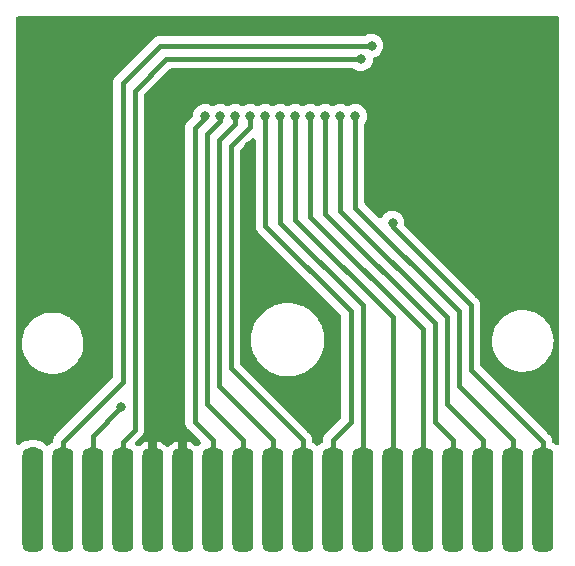
<source format=gbr>
%TF.GenerationSoftware,KiCad,Pcbnew,(6.0.0)*%
%TF.CreationDate,2022-01-01T20:47:22+01:00*%
%TF.ProjectId,vectrex,76656374-7265-4782-9e6b-696361645f70,rev?*%
%TF.SameCoordinates,Original*%
%TF.FileFunction,Copper,L2,Bot*%
%TF.FilePolarity,Positive*%
%FSLAX46Y46*%
G04 Gerber Fmt 4.6, Leading zero omitted, Abs format (unit mm)*
G04 Created by KiCad (PCBNEW (6.0.0)) date 2022-01-01 20:47:22*
%MOMM*%
%LPD*%
G01*
G04 APERTURE LIST*
G04 Aperture macros list*
%AMRoundRect*
0 Rectangle with rounded corners*
0 $1 Rounding radius*
0 $2 $3 $4 $5 $6 $7 $8 $9 X,Y pos of 4 corners*
0 Add a 4 corners polygon primitive as box body*
4,1,4,$2,$3,$4,$5,$6,$7,$8,$9,$2,$3,0*
0 Add four circle primitives for the rounded corners*
1,1,$1+$1,$2,$3*
1,1,$1+$1,$4,$5*
1,1,$1+$1,$6,$7*
1,1,$1+$1,$8,$9*
0 Add four rect primitives between the rounded corners*
20,1,$1+$1,$2,$3,$4,$5,0*
20,1,$1+$1,$4,$5,$6,$7,0*
20,1,$1+$1,$6,$7,$8,$9,0*
20,1,$1+$1,$8,$9,$2,$3,0*%
G04 Aperture macros list end*
%TA.AperFunction,SMDPad,CuDef*%
%ADD10RoundRect,0.666750X-0.222250X-3.778250X0.222250X-3.778250X0.222250X3.778250X-0.222250X3.778250X0*%
%TD*%
%TA.AperFunction,ViaPad*%
%ADD11C,0.800000*%
%TD*%
%TA.AperFunction,Conductor*%
%ADD12C,0.400000*%
%TD*%
G04 APERTURE END LIST*
D10*
%TO.P,CON3,1,HALT*%
%TO.N,/V-HALT*%
X179070000Y-114300000D03*
%TO.P,CON3,3,A7*%
%TO.N,/V-A7*%
X176530000Y-114300000D03*
%TO.P,CON3,5,A6*%
%TO.N,/V-A6*%
X173990000Y-114300000D03*
%TO.P,CON3,7,A5*%
%TO.N,/V-A5*%
X171450000Y-114300000D03*
%TO.P,CON3,9,A4*%
%TO.N,/V-A4*%
X168910000Y-114300000D03*
%TO.P,CON3,11,A3*%
%TO.N,/V-A3*%
X166370000Y-114300000D03*
%TO.P,CON3,13,A2*%
%TO.N,/V-A2*%
X163830000Y-114300000D03*
%TO.P,CON3,15,A1*%
%TO.N,/V-A1*%
X161290000Y-114300000D03*
%TO.P,CON3,17,A0*%
%TO.N,/V-A0*%
X158750000Y-114300000D03*
%TO.P,CON3,19,D0*%
%TO.N,/V-D0*%
X156210000Y-114300000D03*
%TO.P,CON3,21,D1*%
%TO.N,/V-D1*%
X153670000Y-114300000D03*
%TO.P,CON3,23,D2*%
%TO.N,/V-D2*%
X151130000Y-114300000D03*
%TO.P,CON3,25,GND*%
%TO.N,GND*%
X148590000Y-114300000D03*
%TO.P,CON3,27,GND1*%
X146050000Y-114300000D03*
%TO.P,CON3,29,A12*%
%TO.N,/V-A12*%
X143510000Y-114300000D03*
%TO.P,CON3,31,A13*%
%TO.N,/V-A13*%
X140970000Y-114300000D03*
%TO.P,CON3,33,A14*%
%TO.N,/V-A14*%
X138430000Y-114300000D03*
%TO.P,CON3,35,PB6*%
%TO.N,unconnected-(CON3-Pad35)*%
X135890000Y-114300000D03*
%TD*%
D11*
%TO.N,GND*%
X154178000Y-85598000D03*
X154178000Y-84328000D03*
X145796000Y-91440000D03*
X147828000Y-89408000D03*
X179070000Y-74930000D03*
X179070000Y-105410000D03*
X143510000Y-76200000D03*
X147320000Y-105664000D03*
X166370000Y-82550000D03*
X147320000Y-78994000D03*
X160020000Y-108204000D03*
X135890000Y-74930000D03*
X166370000Y-85090000D03*
X141351000Y-104267000D03*
X137033000Y-108585000D03*
X147320000Y-107188000D03*
X154686000Y-92710000D03*
X147320000Y-108712000D03*
X147320000Y-81788000D03*
X139192000Y-106426000D03*
%TO.N,/V-HALT*%
X166370000Y-90805000D03*
%TO.N,/V-A7*%
X163195000Y-81788000D03*
%TO.N,/V-A6*%
X161925000Y-81788000D03*
%TO.N,/V-A5*%
X160655000Y-81788000D03*
%TO.N,/V-A4*%
X159385000Y-81788000D03*
%TO.N,/V-A3*%
X158115000Y-81788000D03*
%TO.N,/V-A2*%
X156845000Y-81788000D03*
%TO.N,/V-A1*%
X155575000Y-81788000D03*
%TO.N,/V-A0*%
X154305000Y-81788000D03*
%TO.N,/V-D0*%
X153035000Y-81788000D03*
%TO.N,/V-D1*%
X151765000Y-81788000D03*
%TO.N,/V-D2*%
X150495000Y-81788000D03*
%TO.N,/V-A12*%
X163703000Y-76962000D03*
%TO.N,/V-A13*%
X143383000Y-106426000D03*
%TO.N,/V-A14*%
X164592000Y-75819000D03*
%TD*%
D12*
%TO.N,/V-HALT*%
X166370000Y-91186000D02*
X172974000Y-97790000D01*
X172974000Y-103251000D02*
X179070000Y-109347000D01*
X166370000Y-90805000D02*
X166370000Y-91186000D01*
X172974000Y-97790000D02*
X172974000Y-103251000D01*
X179070000Y-109347000D02*
X179070000Y-114300000D01*
%TO.N,/V-A7*%
X176530000Y-109220000D02*
X176530000Y-114300000D01*
X171958000Y-104648000D02*
X176530000Y-109220000D01*
X171958000Y-98298000D02*
X171958000Y-104648000D01*
X163195000Y-89535000D02*
X171958000Y-98298000D01*
X163195000Y-81788000D02*
X163195000Y-89535000D01*
%TO.N,/V-A6*%
X173990000Y-109220000D02*
X173990000Y-114300000D01*
X170942000Y-106172000D02*
X173990000Y-109220000D01*
X170942000Y-98806000D02*
X170942000Y-106172000D01*
X161925000Y-89789000D02*
X170942000Y-98806000D01*
X161925000Y-81788000D02*
X161925000Y-89789000D01*
%TO.N,/V-A5*%
X169926000Y-107696000D02*
X171450000Y-109220000D01*
X169926000Y-99314000D02*
X169926000Y-107696000D01*
X160655000Y-90043000D02*
X169926000Y-99314000D01*
X160655000Y-81788000D02*
X160655000Y-90043000D01*
X171450000Y-109220000D02*
X171450000Y-114300000D01*
%TO.N,/V-A4*%
X168910000Y-99822000D02*
X168910000Y-114300000D01*
X159385000Y-90297000D02*
X168910000Y-99822000D01*
X159385000Y-81788000D02*
X159385000Y-90297000D01*
%TO.N,/V-A3*%
X158115000Y-90551000D02*
X166370000Y-98806000D01*
X166370000Y-98806000D02*
X166370000Y-114300000D01*
X158115000Y-81788000D02*
X158115000Y-90551000D01*
%TO.N,/V-A2*%
X163830000Y-97790000D02*
X163830000Y-114300000D01*
X156845000Y-81788000D02*
X156845000Y-90805000D01*
X156845000Y-90805000D02*
X163830000Y-97790000D01*
%TO.N,/V-A1*%
X161290000Y-109220000D02*
X161290000Y-114300000D01*
X162814000Y-107696000D02*
X161290000Y-109220000D01*
X162814000Y-98298000D02*
X162814000Y-107696000D01*
X155575000Y-91059000D02*
X162814000Y-98298000D01*
X155575000Y-81788000D02*
X155575000Y-91059000D01*
%TO.N,/V-D2*%
X149606000Y-107696000D02*
X151130000Y-109220000D01*
X151130000Y-109220000D02*
X151130000Y-114300000D01*
X149606000Y-82804000D02*
X149606000Y-107696000D01*
X150495000Y-81915000D02*
X149606000Y-82804000D01*
X150495000Y-81788000D02*
X150495000Y-81915000D01*
%TO.N,/V-D1*%
X153670000Y-109220000D02*
X153670000Y-114300000D01*
X150622000Y-106172000D02*
X153670000Y-109220000D01*
X150622000Y-83312000D02*
X150622000Y-106172000D01*
X151765000Y-82169000D02*
X150622000Y-83312000D01*
X151765000Y-81788000D02*
X151765000Y-82169000D01*
%TO.N,/V-D0*%
X156210000Y-109220000D02*
X156210000Y-114300000D01*
X151638000Y-83820000D02*
X151638000Y-104648000D01*
X153035000Y-82423000D02*
X151638000Y-83820000D01*
X153035000Y-81788000D02*
X153035000Y-82423000D01*
X151638000Y-104648000D02*
X156210000Y-109220000D01*
%TO.N,/V-A0*%
X158750000Y-109220000D02*
X158750000Y-114300000D01*
X152654000Y-103124000D02*
X158750000Y-109220000D01*
X152654000Y-84328000D02*
X152654000Y-103124000D01*
X154305000Y-82677000D02*
X152654000Y-84328000D01*
X154305000Y-81788000D02*
X154305000Y-82677000D01*
%TO.N,/V-A14*%
X143510000Y-78994000D02*
X146685000Y-75819000D01*
X146685000Y-75819000D02*
X164592000Y-75819000D01*
X143510000Y-104267000D02*
X143510000Y-78994000D01*
X138430000Y-109347000D02*
X143510000Y-104267000D01*
X138430000Y-114300000D02*
X138430000Y-109347000D01*
%TO.N,/V-A12*%
X144526000Y-108331000D02*
X144526000Y-79629000D01*
X143510000Y-114300000D02*
X143510000Y-109347000D01*
X147193000Y-76962000D02*
X163703000Y-76962000D01*
X143510000Y-109347000D02*
X144526000Y-108331000D01*
X144526000Y-79629000D02*
X147193000Y-76962000D01*
%TO.N,/V-A13*%
X143383000Y-106426000D02*
X140970000Y-108839000D01*
X140970000Y-108839000D02*
X140970000Y-114300000D01*
%TD*%
%TA.AperFunction,Conductor*%
%TO.N,GND*%
G36*
X180385343Y-73345307D02*
G01*
X180454584Y-73400526D01*
X180493011Y-73480318D01*
X180498000Y-73524600D01*
X180498000Y-109454790D01*
X180478293Y-109541133D01*
X180423074Y-109610374D01*
X180343282Y-109648801D01*
X180254718Y-109648801D01*
X180174926Y-109610374D01*
X180158286Y-109595504D01*
X180108413Y-109545631D01*
X180101140Y-109540576D01*
X180101135Y-109540572D01*
X179956762Y-109440231D01*
X179897109Y-109374771D01*
X179871765Y-109289912D01*
X179871428Y-109277734D01*
X179871325Y-109276715D01*
X179871441Y-109265593D01*
X179869043Y-109254500D01*
X179863166Y-109227315D01*
X179859912Y-109207449D01*
X179856786Y-109179584D01*
X179855546Y-109168528D01*
X179846121Y-109141462D01*
X179839545Y-109118069D01*
X179835841Y-109100935D01*
X179835840Y-109100931D01*
X179833489Y-109090058D01*
X179816939Y-109054566D01*
X179809365Y-109035913D01*
X179805779Y-109025614D01*
X179796485Y-108998927D01*
X179781297Y-108974621D01*
X179769702Y-108953265D01*
X179762294Y-108937379D01*
X179757591Y-108927293D01*
X179749729Y-108917157D01*
X179733590Y-108896352D01*
X179722068Y-108879835D01*
X179707213Y-108856061D01*
X179707209Y-108856056D01*
X179701316Y-108846625D01*
X179693478Y-108838732D01*
X179693474Y-108838727D01*
X179672814Y-108817922D01*
X179672463Y-108817547D01*
X179671901Y-108816823D01*
X179646388Y-108791310D01*
X179645898Y-108790819D01*
X179624191Y-108768960D01*
X179574770Y-108719193D01*
X179573671Y-108718496D01*
X179572719Y-108717641D01*
X173832786Y-102977708D01*
X173785667Y-102902720D01*
X173774500Y-102836994D01*
X173774500Y-100871071D01*
X174792955Y-100871071D01*
X174817914Y-101188207D01*
X174881336Y-101499938D01*
X174982276Y-101801616D01*
X175119229Y-102088743D01*
X175122489Y-102093860D01*
X175122490Y-102093862D01*
X175152121Y-102140373D01*
X175290153Y-102357040D01*
X175294019Y-102361730D01*
X175294022Y-102361734D01*
X175361991Y-102444187D01*
X175492500Y-102602507D01*
X175723254Y-102821484D01*
X175728141Y-102825100D01*
X175929623Y-102974189D01*
X175978975Y-103010708D01*
X175984264Y-103013701D01*
X175984265Y-103013701D01*
X176250563Y-103164366D01*
X176250572Y-103164370D01*
X176255849Y-103167356D01*
X176343754Y-103203768D01*
X176544125Y-103286764D01*
X176544130Y-103286766D01*
X176549751Y-103289094D01*
X176856298Y-103374107D01*
X176862313Y-103375006D01*
X176862318Y-103375007D01*
X177165774Y-103420359D01*
X177165778Y-103420359D01*
X177170921Y-103421128D01*
X177176111Y-103421355D01*
X177176115Y-103421355D01*
X177282641Y-103426006D01*
X177282661Y-103426006D01*
X177284804Y-103426100D01*
X177478799Y-103426100D01*
X177715524Y-103411621D01*
X178028313Y-103353649D01*
X178331707Y-103257990D01*
X178506273Y-103178436D01*
X178615643Y-103128593D01*
X178615645Y-103128592D01*
X178621181Y-103126069D01*
X178626365Y-103122892D01*
X178626371Y-103122889D01*
X178815333Y-103007092D01*
X178892420Y-102959853D01*
X179141381Y-102761821D01*
X179364352Y-102534924D01*
X179368049Y-102530105D01*
X179368055Y-102530099D01*
X179554306Y-102287371D01*
X179554307Y-102287370D01*
X179558009Y-102282545D01*
X179719466Y-102008446D01*
X179759353Y-101916714D01*
X179843892Y-101722287D01*
X179843893Y-101722284D01*
X179846315Y-101716714D01*
X179936665Y-101411697D01*
X179989169Y-101097943D01*
X180003045Y-100780129D01*
X179978086Y-100462993D01*
X179974527Y-100445496D01*
X179933836Y-100245496D01*
X179914664Y-100151262D01*
X179813724Y-99849584D01*
X179682226Y-99573894D01*
X179679386Y-99567939D01*
X179679384Y-99567936D01*
X179676771Y-99562457D01*
X179505847Y-99294160D01*
X179464921Y-99244512D01*
X179307366Y-99053383D01*
X179303500Y-99048693D01*
X179072746Y-98829716D01*
X178890865Y-98695131D01*
X178821912Y-98644108D01*
X178821910Y-98644107D01*
X178817025Y-98640492D01*
X178737909Y-98595730D01*
X178545437Y-98486834D01*
X178545428Y-98486830D01*
X178540151Y-98483844D01*
X178321341Y-98393210D01*
X178251875Y-98364436D01*
X178251870Y-98364434D01*
X178246249Y-98362106D01*
X177939702Y-98277093D01*
X177933687Y-98276194D01*
X177933682Y-98276193D01*
X177630226Y-98230841D01*
X177630222Y-98230841D01*
X177625079Y-98230072D01*
X177619889Y-98229845D01*
X177619885Y-98229845D01*
X177513359Y-98225194D01*
X177513339Y-98225194D01*
X177511196Y-98225100D01*
X177317201Y-98225100D01*
X177080476Y-98239579D01*
X176767687Y-98297551D01*
X176464293Y-98393210D01*
X176297425Y-98469256D01*
X176270515Y-98481520D01*
X176174819Y-98525131D01*
X176169635Y-98528308D01*
X176169629Y-98528311D01*
X176059612Y-98595730D01*
X175903580Y-98691347D01*
X175654619Y-98889379D01*
X175431648Y-99116276D01*
X175427951Y-99121095D01*
X175427945Y-99121101D01*
X175356218Y-99214578D01*
X175237991Y-99368655D01*
X175076534Y-99642754D01*
X175074112Y-99648323D01*
X175074111Y-99648326D01*
X174952108Y-99928913D01*
X174949685Y-99934486D01*
X174859335Y-100239503D01*
X174806831Y-100553257D01*
X174792955Y-100871071D01*
X173774500Y-100871071D01*
X173774500Y-97799465D01*
X173774511Y-97797381D01*
X173775325Y-97719715D01*
X173775325Y-97719711D01*
X173775441Y-97708593D01*
X173768631Y-97677093D01*
X173767166Y-97670315D01*
X173763912Y-97650449D01*
X173760786Y-97622584D01*
X173759546Y-97611528D01*
X173750121Y-97584462D01*
X173743545Y-97561069D01*
X173739841Y-97543937D01*
X173737489Y-97533058D01*
X173720937Y-97497562D01*
X173713365Y-97478913D01*
X173704146Y-97452439D01*
X173704145Y-97452436D01*
X173700485Y-97441927D01*
X173685295Y-97417617D01*
X173673706Y-97396272D01*
X173666295Y-97380380D01*
X173666292Y-97380374D01*
X173661590Y-97370292D01*
X173637586Y-97339346D01*
X173626074Y-97322844D01*
X173605316Y-97289625D01*
X173597477Y-97281731D01*
X173597473Y-97281726D01*
X173576814Y-97260922D01*
X173576463Y-97260547D01*
X173575901Y-97259823D01*
X173550388Y-97234310D01*
X173549898Y-97233819D01*
X173478770Y-97162193D01*
X173477671Y-97161496D01*
X173476719Y-97160641D01*
X167418559Y-91102481D01*
X167371440Y-91027493D01*
X167361842Y-90936826D01*
X167374253Y-90838581D01*
X167374253Y-90838580D01*
X167374949Y-90833071D01*
X167375341Y-90805000D01*
X167356194Y-90609728D01*
X167299484Y-90421894D01*
X167207370Y-90248653D01*
X167083361Y-90096602D01*
X166932180Y-89971535D01*
X166759585Y-89878213D01*
X166750287Y-89875335D01*
X166750285Y-89875334D01*
X166581454Y-89823072D01*
X166581450Y-89823071D01*
X166572152Y-89820193D01*
X166562476Y-89819176D01*
X166562471Y-89819175D01*
X166386695Y-89800700D01*
X166377019Y-89799683D01*
X166181618Y-89817466D01*
X166068383Y-89850793D01*
X166002739Y-89870113D01*
X166002736Y-89870114D01*
X165993393Y-89872864D01*
X165819512Y-89963767D01*
X165811926Y-89969867D01*
X165811925Y-89969867D01*
X165802142Y-89977733D01*
X165666600Y-90086711D01*
X165660342Y-90094169D01*
X165658301Y-90096602D01*
X165540480Y-90237016D01*
X165534083Y-90248653D01*
X165486758Y-90334736D01*
X165427893Y-90400905D01*
X165346147Y-90434980D01*
X165257712Y-90430213D01*
X165180103Y-90387547D01*
X165171659Y-90379581D01*
X164053786Y-89261708D01*
X164006667Y-89186720D01*
X163995500Y-89120994D01*
X163995500Y-82457071D01*
X164015207Y-82370728D01*
X164021471Y-82358776D01*
X164108616Y-82205375D01*
X164108617Y-82205372D01*
X164113425Y-82196909D01*
X164175358Y-82010732D01*
X164199949Y-81816071D01*
X164200341Y-81788000D01*
X164181194Y-81592728D01*
X164124484Y-81404894D01*
X164032370Y-81231653D01*
X163908361Y-81079602D01*
X163757180Y-80954535D01*
X163584585Y-80861213D01*
X163575287Y-80858335D01*
X163575285Y-80858334D01*
X163406454Y-80806072D01*
X163406450Y-80806071D01*
X163397152Y-80803193D01*
X163387476Y-80802176D01*
X163387471Y-80802175D01*
X163211695Y-80783700D01*
X163202019Y-80782683D01*
X163006618Y-80800466D01*
X162893383Y-80833793D01*
X162827739Y-80853113D01*
X162827736Y-80853114D01*
X162818393Y-80855864D01*
X162809762Y-80860376D01*
X162809760Y-80860377D01*
X162650987Y-80943382D01*
X162565340Y-80965920D01*
X162478395Y-80949065D01*
X162464142Y-80942078D01*
X162323148Y-80865843D01*
X162314585Y-80861213D01*
X162305287Y-80858335D01*
X162305285Y-80858334D01*
X162136454Y-80806072D01*
X162136450Y-80806071D01*
X162127152Y-80803193D01*
X162117476Y-80802176D01*
X162117471Y-80802175D01*
X161941695Y-80783700D01*
X161932019Y-80782683D01*
X161736618Y-80800466D01*
X161623383Y-80833793D01*
X161557739Y-80853113D01*
X161557736Y-80853114D01*
X161548393Y-80855864D01*
X161539762Y-80860376D01*
X161539760Y-80860377D01*
X161380987Y-80943382D01*
X161295340Y-80965920D01*
X161208395Y-80949065D01*
X161194142Y-80942078D01*
X161053148Y-80865843D01*
X161044585Y-80861213D01*
X161035287Y-80858335D01*
X161035285Y-80858334D01*
X160866454Y-80806072D01*
X160866450Y-80806071D01*
X160857152Y-80803193D01*
X160847476Y-80802176D01*
X160847471Y-80802175D01*
X160671695Y-80783700D01*
X160662019Y-80782683D01*
X160466618Y-80800466D01*
X160353383Y-80833793D01*
X160287739Y-80853113D01*
X160287736Y-80853114D01*
X160278393Y-80855864D01*
X160269762Y-80860376D01*
X160269760Y-80860377D01*
X160110987Y-80943382D01*
X160025340Y-80965920D01*
X159938395Y-80949065D01*
X159924142Y-80942078D01*
X159783148Y-80865843D01*
X159774585Y-80861213D01*
X159765287Y-80858335D01*
X159765285Y-80858334D01*
X159596454Y-80806072D01*
X159596450Y-80806071D01*
X159587152Y-80803193D01*
X159577476Y-80802176D01*
X159577471Y-80802175D01*
X159401695Y-80783700D01*
X159392019Y-80782683D01*
X159196618Y-80800466D01*
X159083383Y-80833793D01*
X159017739Y-80853113D01*
X159017736Y-80853114D01*
X159008393Y-80855864D01*
X158999762Y-80860376D01*
X158999760Y-80860377D01*
X158840987Y-80943382D01*
X158755340Y-80965920D01*
X158668395Y-80949065D01*
X158654142Y-80942078D01*
X158513148Y-80865843D01*
X158504585Y-80861213D01*
X158495287Y-80858335D01*
X158495285Y-80858334D01*
X158326454Y-80806072D01*
X158326450Y-80806071D01*
X158317152Y-80803193D01*
X158307476Y-80802176D01*
X158307471Y-80802175D01*
X158131695Y-80783700D01*
X158122019Y-80782683D01*
X157926618Y-80800466D01*
X157813383Y-80833793D01*
X157747739Y-80853113D01*
X157747736Y-80853114D01*
X157738393Y-80855864D01*
X157729762Y-80860376D01*
X157729760Y-80860377D01*
X157570987Y-80943382D01*
X157485340Y-80965920D01*
X157398395Y-80949065D01*
X157384142Y-80942078D01*
X157243148Y-80865843D01*
X157234585Y-80861213D01*
X157225287Y-80858335D01*
X157225285Y-80858334D01*
X157056454Y-80806072D01*
X157056450Y-80806071D01*
X157047152Y-80803193D01*
X157037476Y-80802176D01*
X157037471Y-80802175D01*
X156861695Y-80783700D01*
X156852019Y-80782683D01*
X156656618Y-80800466D01*
X156543383Y-80833793D01*
X156477739Y-80853113D01*
X156477736Y-80853114D01*
X156468393Y-80855864D01*
X156459762Y-80860376D01*
X156459760Y-80860377D01*
X156300987Y-80943382D01*
X156215340Y-80965920D01*
X156128395Y-80949065D01*
X156114142Y-80942078D01*
X155973148Y-80865843D01*
X155964585Y-80861213D01*
X155955287Y-80858335D01*
X155955285Y-80858334D01*
X155786454Y-80806072D01*
X155786450Y-80806071D01*
X155777152Y-80803193D01*
X155767476Y-80802176D01*
X155767471Y-80802175D01*
X155591695Y-80783700D01*
X155582019Y-80782683D01*
X155386618Y-80800466D01*
X155273383Y-80833793D01*
X155207739Y-80853113D01*
X155207736Y-80853114D01*
X155198393Y-80855864D01*
X155189762Y-80860376D01*
X155189760Y-80860377D01*
X155030987Y-80943382D01*
X154945340Y-80965920D01*
X154858395Y-80949065D01*
X154844142Y-80942078D01*
X154703148Y-80865843D01*
X154694585Y-80861213D01*
X154685287Y-80858335D01*
X154685285Y-80858334D01*
X154516454Y-80806072D01*
X154516450Y-80806071D01*
X154507152Y-80803193D01*
X154497476Y-80802176D01*
X154497471Y-80802175D01*
X154321695Y-80783700D01*
X154312019Y-80782683D01*
X154116618Y-80800466D01*
X154003383Y-80833793D01*
X153937739Y-80853113D01*
X153937736Y-80853114D01*
X153928393Y-80855864D01*
X153919762Y-80860376D01*
X153919760Y-80860377D01*
X153760987Y-80943382D01*
X153675340Y-80965920D01*
X153588395Y-80949065D01*
X153574142Y-80942078D01*
X153433148Y-80865843D01*
X153424585Y-80861213D01*
X153415287Y-80858335D01*
X153415285Y-80858334D01*
X153246454Y-80806072D01*
X153246450Y-80806071D01*
X153237152Y-80803193D01*
X153227476Y-80802176D01*
X153227471Y-80802175D01*
X153051695Y-80783700D01*
X153042019Y-80782683D01*
X152846618Y-80800466D01*
X152733383Y-80833793D01*
X152667739Y-80853113D01*
X152667736Y-80853114D01*
X152658393Y-80855864D01*
X152649762Y-80860376D01*
X152649760Y-80860377D01*
X152490987Y-80943382D01*
X152405340Y-80965920D01*
X152318395Y-80949065D01*
X152304142Y-80942078D01*
X152163148Y-80865843D01*
X152154585Y-80861213D01*
X152145287Y-80858335D01*
X152145285Y-80858334D01*
X151976454Y-80806072D01*
X151976450Y-80806071D01*
X151967152Y-80803193D01*
X151957476Y-80802176D01*
X151957471Y-80802175D01*
X151781695Y-80783700D01*
X151772019Y-80782683D01*
X151576618Y-80800466D01*
X151463383Y-80833793D01*
X151397739Y-80853113D01*
X151397736Y-80853114D01*
X151388393Y-80855864D01*
X151379762Y-80860376D01*
X151379760Y-80860377D01*
X151220987Y-80943382D01*
X151135340Y-80965920D01*
X151048395Y-80949065D01*
X151034142Y-80942078D01*
X150893148Y-80865843D01*
X150884585Y-80861213D01*
X150875287Y-80858335D01*
X150875285Y-80858334D01*
X150706454Y-80806072D01*
X150706450Y-80806071D01*
X150697152Y-80803193D01*
X150687476Y-80802176D01*
X150687471Y-80802175D01*
X150511695Y-80783700D01*
X150502019Y-80782683D01*
X150306618Y-80800466D01*
X150193383Y-80833793D01*
X150127739Y-80853113D01*
X150127736Y-80853114D01*
X150118393Y-80855864D01*
X149944512Y-80946767D01*
X149936926Y-80952867D01*
X149936925Y-80952867D01*
X149927142Y-80960733D01*
X149791600Y-81069711D01*
X149785342Y-81077169D01*
X149783301Y-81079602D01*
X149665480Y-81220016D01*
X149570956Y-81391954D01*
X149511628Y-81578978D01*
X149510544Y-81588644D01*
X149495731Y-81720705D01*
X149466522Y-81804313D01*
X149438685Y-81839237D01*
X149046694Y-82231228D01*
X149045214Y-82232693D01*
X148981732Y-82294859D01*
X148960515Y-82327782D01*
X148948771Y-82344125D01*
X148924336Y-82374734D01*
X148911860Y-82400541D01*
X148899974Y-82421722D01*
X148884446Y-82445817D01*
X148871053Y-82482614D01*
X148863220Y-82501157D01*
X148846173Y-82536422D01*
X148843670Y-82547262D01*
X148843670Y-82547263D01*
X148839726Y-82564347D01*
X148832826Y-82587640D01*
X148823022Y-82614578D01*
X148821628Y-82625616D01*
X148818113Y-82653436D01*
X148814582Y-82673258D01*
X148805774Y-82711411D01*
X148805735Y-82722535D01*
X148805632Y-82751854D01*
X148805615Y-82752369D01*
X148805500Y-82753283D01*
X148805500Y-82789483D01*
X148805499Y-82790178D01*
X148805147Y-82891000D01*
X148805431Y-82892270D01*
X148805500Y-82893545D01*
X148805500Y-107686535D01*
X148805489Y-107688619D01*
X148804559Y-107777407D01*
X148806910Y-107788280D01*
X148806910Y-107788282D01*
X148812834Y-107815685D01*
X148816088Y-107835551D01*
X148820454Y-107874472D01*
X148824114Y-107884982D01*
X148829879Y-107901536D01*
X148836455Y-107924931D01*
X148842511Y-107952942D01*
X148847213Y-107963025D01*
X148859060Y-107988432D01*
X148866634Y-108007086D01*
X148879515Y-108044073D01*
X148885410Y-108053507D01*
X148885411Y-108053509D01*
X148894703Y-108068379D01*
X148906298Y-108089735D01*
X148918409Y-108115707D01*
X148925227Y-108124497D01*
X148925228Y-108124498D01*
X148942410Y-108146648D01*
X148953932Y-108163165D01*
X148968787Y-108186939D01*
X148968791Y-108186944D01*
X148974684Y-108196375D01*
X148982522Y-108204268D01*
X148982526Y-108204273D01*
X149003186Y-108225078D01*
X149003537Y-108225453D01*
X149004099Y-108226177D01*
X149029612Y-108251690D01*
X149030102Y-108252181D01*
X149101230Y-108323807D01*
X149102329Y-108324504D01*
X149103281Y-108325359D01*
X150066856Y-109288934D01*
X150113975Y-109363922D01*
X150123891Y-109451929D01*
X150094640Y-109535522D01*
X150066856Y-109570362D01*
X149935316Y-109701902D01*
X149860328Y-109749021D01*
X149772321Y-109758937D01*
X149688728Y-109729686D01*
X149654011Y-109702025D01*
X149572314Y-109620470D01*
X149558334Y-109608865D01*
X149395344Y-109497053D01*
X149379480Y-109488187D01*
X149198842Y-109407950D01*
X149181630Y-109402125D01*
X149011807Y-109361511D01*
X148994186Y-109361329D01*
X148990000Y-109379240D01*
X148990000Y-110744000D01*
X148190000Y-110744000D01*
X148190000Y-109378540D01*
X148186088Y-109361401D01*
X148167612Y-109361513D01*
X147996413Y-109402772D01*
X147979217Y-109408626D01*
X147798721Y-109489177D01*
X147782868Y-109498073D01*
X147620068Y-109610172D01*
X147606116Y-109621796D01*
X147460889Y-109767277D01*
X147385941Y-109814461D01*
X147297944Y-109824454D01*
X147214325Y-109795276D01*
X147179965Y-109765250D01*
X147178658Y-109766559D01*
X147032314Y-109620470D01*
X147018334Y-109608865D01*
X146855344Y-109497053D01*
X146839480Y-109488187D01*
X146658842Y-109407950D01*
X146641630Y-109402125D01*
X146471807Y-109361511D01*
X146454186Y-109361329D01*
X146450000Y-109379240D01*
X146450000Y-110744000D01*
X145650000Y-110744000D01*
X145650000Y-109378540D01*
X145646088Y-109361401D01*
X145627612Y-109361513D01*
X145456413Y-109402772D01*
X145439217Y-109408626D01*
X145258721Y-109489177D01*
X145242868Y-109498073D01*
X145080068Y-109610172D01*
X145066116Y-109621796D01*
X144986254Y-109701798D01*
X144911307Y-109748982D01*
X144823309Y-109758975D01*
X144739690Y-109729798D01*
X144704703Y-109701921D01*
X144636644Y-109633862D01*
X144589525Y-109558874D01*
X144579609Y-109470867D01*
X144608860Y-109387274D01*
X144636644Y-109352434D01*
X145085306Y-108903772D01*
X145086787Y-108902306D01*
X145117809Y-108871927D01*
X145150268Y-108840141D01*
X145171485Y-108807218D01*
X145183231Y-108790872D01*
X145183274Y-108790819D01*
X145207664Y-108760266D01*
X145220140Y-108734459D01*
X145232026Y-108713278D01*
X145241526Y-108698537D01*
X145241527Y-108698535D01*
X145247554Y-108689183D01*
X145260949Y-108652381D01*
X145268780Y-108633843D01*
X145280985Y-108608595D01*
X145280986Y-108608593D01*
X145285827Y-108598578D01*
X145292274Y-108570652D01*
X145299174Y-108547360D01*
X145305171Y-108530882D01*
X145308978Y-108520422D01*
X145313887Y-108481564D01*
X145317418Y-108461742D01*
X145323724Y-108434428D01*
X145323724Y-108434425D01*
X145326226Y-108423589D01*
X145326368Y-108383146D01*
X145326385Y-108382631D01*
X145326500Y-108381717D01*
X145326500Y-108345517D01*
X145326501Y-108344822D01*
X145326840Y-108247732D01*
X145326840Y-108247731D01*
X145326853Y-108244000D01*
X145326569Y-108242730D01*
X145326500Y-108241455D01*
X145326500Y-80043006D01*
X145346207Y-79956663D01*
X145384786Y-79902292D01*
X147466292Y-77820786D01*
X147541280Y-77773667D01*
X147607006Y-77762500D01*
X163032607Y-77762500D01*
X163118950Y-77782207D01*
X163129687Y-77787786D01*
X163300513Y-77883257D01*
X163309768Y-77886264D01*
X163309770Y-77886265D01*
X163349897Y-77899303D01*
X163487118Y-77943889D01*
X163496784Y-77945042D01*
X163496786Y-77945042D01*
X163672284Y-77965969D01*
X163672285Y-77965969D01*
X163681946Y-77967121D01*
X163831142Y-77955641D01*
X163867869Y-77952815D01*
X163867870Y-77952815D01*
X163877576Y-77952068D01*
X164066556Y-77899303D01*
X164241689Y-77810837D01*
X164396303Y-77690040D01*
X164524509Y-77541511D01*
X164621425Y-77370909D01*
X164683358Y-77184732D01*
X164707949Y-76990071D01*
X164708178Y-76973651D01*
X164729087Y-76887593D01*
X164785266Y-76819128D01*
X164853643Y-76784758D01*
X164955556Y-76756303D01*
X165130689Y-76667837D01*
X165285303Y-76547040D01*
X165413509Y-76398511D01*
X165510425Y-76227909D01*
X165572358Y-76041732D01*
X165596949Y-75847071D01*
X165597341Y-75819000D01*
X165578194Y-75623728D01*
X165521484Y-75435894D01*
X165457885Y-75316281D01*
X165433940Y-75271247D01*
X165433938Y-75271243D01*
X165429370Y-75262653D01*
X165305361Y-75110602D01*
X165283498Y-75092515D01*
X165197807Y-75021626D01*
X165154180Y-74985535D01*
X164981585Y-74892213D01*
X164972287Y-74889335D01*
X164972285Y-74889334D01*
X164803454Y-74837072D01*
X164803450Y-74837071D01*
X164794152Y-74834193D01*
X164784476Y-74833176D01*
X164784471Y-74833175D01*
X164608695Y-74814700D01*
X164599019Y-74813683D01*
X164403618Y-74831466D01*
X164290383Y-74864793D01*
X164224739Y-74884113D01*
X164224736Y-74884114D01*
X164215393Y-74886864D01*
X164196305Y-74896843D01*
X164050138Y-74973257D01*
X164050135Y-74973259D01*
X164041512Y-74977767D01*
X164033929Y-74983864D01*
X164030637Y-74986018D01*
X163947597Y-75016804D01*
X163921675Y-75018500D01*
X146694465Y-75018500D01*
X146692381Y-75018489D01*
X146614715Y-75017675D01*
X146614711Y-75017675D01*
X146603593Y-75017559D01*
X146592720Y-75019910D01*
X146592718Y-75019910D01*
X146565315Y-75025834D01*
X146545449Y-75029088D01*
X146527400Y-75031113D01*
X146506528Y-75033454D01*
X146496018Y-75037114D01*
X146479464Y-75042879D01*
X146456067Y-75049455D01*
X146428058Y-75055511D01*
X146392557Y-75072066D01*
X146373922Y-75079632D01*
X146336927Y-75092515D01*
X146327492Y-75098410D01*
X146327489Y-75098412D01*
X146312621Y-75107703D01*
X146291270Y-75119295D01*
X146265292Y-75131409D01*
X146256504Y-75138226D01*
X146256502Y-75138227D01*
X146234348Y-75155412D01*
X146217832Y-75166934D01*
X146194055Y-75181791D01*
X146194052Y-75181793D01*
X146184625Y-75187684D01*
X146176734Y-75195520D01*
X146176729Y-75195524D01*
X146155922Y-75216186D01*
X146155547Y-75216537D01*
X146154823Y-75217099D01*
X146129310Y-75242612D01*
X146128819Y-75243102D01*
X146057193Y-75314230D01*
X146056496Y-75315329D01*
X146055641Y-75316281D01*
X142950694Y-78421228D01*
X142949214Y-78422693D01*
X142885732Y-78484859D01*
X142864515Y-78517782D01*
X142852771Y-78534125D01*
X142828336Y-78564734D01*
X142815860Y-78590541D01*
X142803974Y-78611722D01*
X142788446Y-78635817D01*
X142775053Y-78672614D01*
X142767220Y-78691157D01*
X142750173Y-78726422D01*
X142747670Y-78737262D01*
X142747670Y-78737263D01*
X142743726Y-78754347D01*
X142736826Y-78777640D01*
X142727022Y-78804578D01*
X142725628Y-78815616D01*
X142722113Y-78843436D01*
X142718582Y-78863258D01*
X142709774Y-78901411D01*
X142709735Y-78912535D01*
X142709632Y-78941854D01*
X142709615Y-78942369D01*
X142709500Y-78943283D01*
X142709500Y-78979483D01*
X142709499Y-78980178D01*
X142709147Y-79081000D01*
X142709431Y-79082270D01*
X142709500Y-79083545D01*
X142709500Y-103852994D01*
X142689793Y-103939337D01*
X142651214Y-103993708D01*
X137870694Y-108774228D01*
X137869214Y-108775693D01*
X137805732Y-108837859D01*
X137784515Y-108870782D01*
X137772769Y-108887128D01*
X137755378Y-108908913D01*
X137748336Y-108917734D01*
X137735860Y-108943541D01*
X137723974Y-108964722D01*
X137717595Y-108974621D01*
X137708446Y-108988817D01*
X137696275Y-109022256D01*
X137695053Y-109025614D01*
X137687220Y-109044157D01*
X137678001Y-109063228D01*
X137670173Y-109079422D01*
X137667670Y-109090262D01*
X137667670Y-109090263D01*
X137663726Y-109107347D01*
X137656826Y-109130640D01*
X137647022Y-109157578D01*
X137644242Y-109179584D01*
X137642113Y-109196436D01*
X137638582Y-109216258D01*
X137629774Y-109254411D01*
X137629735Y-109265532D01*
X137629696Y-109276799D01*
X137609688Y-109363073D01*
X137554229Y-109432122D01*
X137544268Y-109439515D01*
X137398870Y-109540568D01*
X137398862Y-109540575D01*
X137391587Y-109545631D01*
X137300714Y-109636504D01*
X137225726Y-109683623D01*
X137137719Y-109693539D01*
X137054126Y-109664288D01*
X137019286Y-109636504D01*
X136928413Y-109545631D01*
X136921140Y-109540576D01*
X136921135Y-109540572D01*
X136791560Y-109450516D01*
X136742658Y-109416528D01*
X136536977Y-109322359D01*
X136317870Y-109266102D01*
X136179258Y-109254828D01*
X136179246Y-109254827D01*
X136179245Y-109254827D01*
X136175225Y-109254500D01*
X135890036Y-109254500D01*
X135604776Y-109254501D01*
X135600757Y-109254828D01*
X135600753Y-109254828D01*
X135526137Y-109260897D01*
X135462130Y-109266102D01*
X135243023Y-109322359D01*
X135037342Y-109416528D01*
X134988440Y-109450516D01*
X134858865Y-109540572D01*
X134858860Y-109540576D01*
X134851587Y-109545631D01*
X134837714Y-109559504D01*
X134762726Y-109606623D01*
X134674719Y-109616539D01*
X134591126Y-109587288D01*
X134528502Y-109524664D01*
X134499251Y-109441071D01*
X134498000Y-109418790D01*
X134498000Y-101071071D01*
X134992955Y-101071071D01*
X135017914Y-101388207D01*
X135019125Y-101394160D01*
X135019126Y-101394166D01*
X135035959Y-101476904D01*
X135081336Y-101699938D01*
X135182276Y-102001616D01*
X135221219Y-102083261D01*
X135316273Y-102282545D01*
X135319229Y-102288743D01*
X135490153Y-102557040D01*
X135494019Y-102561730D01*
X135494022Y-102561734D01*
X135625986Y-102721819D01*
X135692500Y-102802507D01*
X135923254Y-103021484D01*
X135928141Y-103025100D01*
X136116348Y-103164366D01*
X136178975Y-103210708D01*
X136184264Y-103213701D01*
X136184265Y-103213701D01*
X136450563Y-103364366D01*
X136450572Y-103364370D01*
X136455849Y-103367356D01*
X136474320Y-103375007D01*
X136744125Y-103486764D01*
X136744130Y-103486766D01*
X136749751Y-103489094D01*
X137056298Y-103574107D01*
X137062313Y-103575006D01*
X137062318Y-103575007D01*
X137365774Y-103620359D01*
X137365778Y-103620359D01*
X137370921Y-103621128D01*
X137376111Y-103621355D01*
X137376115Y-103621355D01*
X137482641Y-103626006D01*
X137482661Y-103626006D01*
X137484804Y-103626100D01*
X137678799Y-103626100D01*
X137915524Y-103611621D01*
X138228313Y-103553649D01*
X138531707Y-103457990D01*
X138719344Y-103372479D01*
X138815643Y-103328593D01*
X138815645Y-103328592D01*
X138821181Y-103326069D01*
X138826365Y-103322892D01*
X138826371Y-103322889D01*
X139015333Y-103207092D01*
X139092420Y-103159853D01*
X139341381Y-102961821D01*
X139564352Y-102734924D01*
X139568049Y-102730105D01*
X139568055Y-102730099D01*
X139754306Y-102487371D01*
X139754307Y-102487370D01*
X139758009Y-102482545D01*
X139919466Y-102208446D01*
X139953432Y-102130331D01*
X140043892Y-101922287D01*
X140043893Y-101922284D01*
X140046315Y-101916714D01*
X140136665Y-101611697D01*
X140189169Y-101297943D01*
X140201162Y-101023255D01*
X140202780Y-100986201D01*
X140202780Y-100986199D01*
X140203045Y-100980129D01*
X140178086Y-100662993D01*
X140114664Y-100351262D01*
X140013724Y-100049584D01*
X139876771Y-99762457D01*
X139866058Y-99745640D01*
X139821234Y-99675281D01*
X139705847Y-99494160D01*
X139503500Y-99248693D01*
X139272746Y-99029716D01*
X139088946Y-98893711D01*
X139021912Y-98844108D01*
X139021910Y-98844107D01*
X139017025Y-98840492D01*
X138977720Y-98818254D01*
X138745437Y-98686834D01*
X138745428Y-98686830D01*
X138740151Y-98683844D01*
X138521341Y-98593210D01*
X138451875Y-98564436D01*
X138451870Y-98564434D01*
X138446249Y-98562106D01*
X138139702Y-98477093D01*
X138133687Y-98476194D01*
X138133682Y-98476193D01*
X137830226Y-98430841D01*
X137830222Y-98430841D01*
X137825079Y-98430072D01*
X137819889Y-98429845D01*
X137819885Y-98429845D01*
X137713359Y-98425194D01*
X137713339Y-98425194D01*
X137711196Y-98425100D01*
X137517201Y-98425100D01*
X137280476Y-98439579D01*
X136967687Y-98497551D01*
X136762943Y-98562106D01*
X136733809Y-98571292D01*
X136664293Y-98593210D01*
X136584491Y-98629578D01*
X136470515Y-98681520D01*
X136374819Y-98725131D01*
X136369635Y-98728308D01*
X136369629Y-98728311D01*
X136237329Y-98809385D01*
X136103580Y-98891347D01*
X135854619Y-99089379D01*
X135631648Y-99316276D01*
X135627951Y-99321095D01*
X135627945Y-99321101D01*
X135553306Y-99418373D01*
X135437991Y-99568655D01*
X135276534Y-99842754D01*
X135274112Y-99848323D01*
X135274111Y-99848326D01*
X135175781Y-100074469D01*
X135149685Y-100134486D01*
X135059335Y-100439503D01*
X135006831Y-100753257D01*
X134992955Y-101071071D01*
X134498000Y-101071071D01*
X134498000Y-73524600D01*
X134517707Y-73438257D01*
X134572926Y-73369016D01*
X134652718Y-73330589D01*
X134697000Y-73325600D01*
X180299000Y-73325600D01*
X180385343Y-73345307D01*
G37*
%TD.AperFunction*%
%TA.AperFunction,Conductor*%
G36*
X154681374Y-83651508D02*
G01*
X154743998Y-83714132D01*
X154773249Y-83797725D01*
X154774500Y-83820006D01*
X154774500Y-91049535D01*
X154774489Y-91051619D01*
X154773559Y-91140407D01*
X154775910Y-91151280D01*
X154775910Y-91151282D01*
X154781834Y-91178685D01*
X154785088Y-91198551D01*
X154789454Y-91237472D01*
X154793114Y-91247982D01*
X154798879Y-91264536D01*
X154805455Y-91287931D01*
X154811511Y-91315942D01*
X154816213Y-91326025D01*
X154828060Y-91351432D01*
X154835634Y-91370086D01*
X154848515Y-91407073D01*
X154854410Y-91416507D01*
X154854411Y-91416509D01*
X154863703Y-91431379D01*
X154875298Y-91452735D01*
X154887409Y-91478707D01*
X154894227Y-91487497D01*
X154894228Y-91487498D01*
X154911410Y-91509648D01*
X154922932Y-91526165D01*
X154937787Y-91549939D01*
X154937791Y-91549944D01*
X154943684Y-91559375D01*
X154951522Y-91567268D01*
X154951526Y-91567273D01*
X154972186Y-91588078D01*
X154972537Y-91588453D01*
X154973099Y-91589177D01*
X154998612Y-91614690D01*
X154999102Y-91615181D01*
X155070230Y-91686807D01*
X155071329Y-91687504D01*
X155072281Y-91688359D01*
X161955214Y-98571292D01*
X162002333Y-98646280D01*
X162013500Y-98712006D01*
X162013500Y-107281994D01*
X161993793Y-107368337D01*
X161955214Y-107422708D01*
X160730694Y-108647228D01*
X160729214Y-108648693D01*
X160665732Y-108710859D01*
X160644515Y-108743782D01*
X160632771Y-108760125D01*
X160608336Y-108790734D01*
X160595860Y-108816541D01*
X160583974Y-108837722D01*
X160577595Y-108847621D01*
X160568446Y-108861817D01*
X160556275Y-108895257D01*
X160555053Y-108898614D01*
X160547220Y-108917157D01*
X160542182Y-108927579D01*
X160530173Y-108952422D01*
X160527670Y-108963262D01*
X160527670Y-108963263D01*
X160523726Y-108980347D01*
X160516826Y-109003640D01*
X160512887Y-109014464D01*
X160507022Y-109030578D01*
X160502897Y-109063228D01*
X160502113Y-109069436D01*
X160498582Y-109089258D01*
X160492298Y-109116479D01*
X160489774Y-109127411D01*
X160489735Y-109138535D01*
X160489632Y-109167854D01*
X160489615Y-109168369D01*
X160489500Y-109169283D01*
X160489500Y-109205483D01*
X160489499Y-109206179D01*
X160489251Y-109277110D01*
X160469242Y-109363383D01*
X160413782Y-109432431D01*
X160403824Y-109439822D01*
X160258873Y-109540566D01*
X160258866Y-109540572D01*
X160251587Y-109545631D01*
X160160714Y-109636504D01*
X160085726Y-109683623D01*
X159997719Y-109693539D01*
X159914126Y-109664288D01*
X159879286Y-109636504D01*
X159788413Y-109545631D01*
X159781140Y-109540576D01*
X159781135Y-109540572D01*
X159635928Y-109439651D01*
X159576275Y-109374191D01*
X159550931Y-109289331D01*
X159550500Y-109276242D01*
X159550500Y-109229465D01*
X159550511Y-109227381D01*
X159551325Y-109149715D01*
X159551325Y-109149711D01*
X159551441Y-109138593D01*
X159549090Y-109127718D01*
X159543166Y-109100315D01*
X159539912Y-109080449D01*
X159536786Y-109052584D01*
X159535546Y-109041528D01*
X159526121Y-109014462D01*
X159519545Y-108991069D01*
X159515841Y-108973935D01*
X159515840Y-108973931D01*
X159513489Y-108963058D01*
X159496939Y-108927566D01*
X159489365Y-108908913D01*
X159485779Y-108898614D01*
X159476485Y-108871927D01*
X159461297Y-108847621D01*
X159449702Y-108826265D01*
X159442294Y-108810379D01*
X159437591Y-108800293D01*
X159413590Y-108769352D01*
X159402068Y-108752835D01*
X159387213Y-108729061D01*
X159387209Y-108729056D01*
X159381316Y-108719625D01*
X159373478Y-108711732D01*
X159373474Y-108711727D01*
X159352814Y-108690922D01*
X159352463Y-108690547D01*
X159351901Y-108689823D01*
X159326388Y-108664310D01*
X159325898Y-108663819D01*
X159275013Y-108612578D01*
X159254770Y-108592193D01*
X159253671Y-108591496D01*
X159252719Y-108590641D01*
X153512786Y-102850708D01*
X153465667Y-102775720D01*
X153454500Y-102709994D01*
X153454500Y-100779800D01*
X154392908Y-100779800D01*
X154393326Y-100785423D01*
X154393326Y-100785431D01*
X154416996Y-101103942D01*
X154419004Y-101130958D01*
X154420057Y-101136503D01*
X154420057Y-101136505D01*
X154468976Y-101394166D01*
X154484684Y-101476904D01*
X154589104Y-101813192D01*
X154591379Y-101818363D01*
X154591380Y-101818365D01*
X154637107Y-101922287D01*
X154730921Y-102135497D01*
X154733760Y-102140365D01*
X154733764Y-102140373D01*
X154880761Y-102392431D01*
X154908313Y-102439676D01*
X155118999Y-102721819D01*
X155360270Y-102978297D01*
X155629024Y-103205814D01*
X155921807Y-103401445D01*
X155969318Y-103425915D01*
X156229831Y-103560089D01*
X156229838Y-103560092D01*
X156234853Y-103562675D01*
X156240132Y-103564675D01*
X156558870Y-103685434D01*
X156558874Y-103685435D01*
X156564139Y-103687430D01*
X156905430Y-103774107D01*
X156911013Y-103774867D01*
X156911019Y-103774868D01*
X157105502Y-103801336D01*
X157254340Y-103821592D01*
X157290483Y-103823012D01*
X157367136Y-103826024D01*
X157367157Y-103826024D01*
X157369081Y-103826100D01*
X157587198Y-103826100D01*
X157849560Y-103811202D01*
X157855112Y-103810248D01*
X157855121Y-103810247D01*
X158110196Y-103766417D01*
X158196600Y-103751570D01*
X158287801Y-103724987D01*
X158529236Y-103654615D01*
X158529241Y-103654613D01*
X158534659Y-103653034D01*
X158539870Y-103650849D01*
X158854180Y-103519048D01*
X158854184Y-103519046D01*
X158859390Y-103516863D01*
X159166619Y-103344807D01*
X159171193Y-103341514D01*
X159171198Y-103341511D01*
X159447818Y-103142372D01*
X159452395Y-103139077D01*
X159456561Y-103135293D01*
X159456567Y-103135288D01*
X159708869Y-102906113D01*
X159713046Y-102902319D01*
X159770335Y-102836994D01*
X159941503Y-102641815D01*
X159941508Y-102641808D01*
X159945219Y-102637577D01*
X159966648Y-102606688D01*
X160056402Y-102477306D01*
X160145929Y-102348253D01*
X160312598Y-102038068D01*
X160400251Y-101818365D01*
X160440987Y-101716259D01*
X160440988Y-101716257D01*
X160443081Y-101711010D01*
X160505438Y-101482286D01*
X160534216Y-101376731D01*
X160534217Y-101376726D01*
X160535701Y-101371283D01*
X160576849Y-101103942D01*
X160588409Y-101028839D01*
X160588410Y-101028831D01*
X160589268Y-101023255D01*
X160590963Y-100980129D01*
X160595486Y-100864999D01*
X160603092Y-100671400D01*
X160602468Y-100662993D01*
X160577415Y-100325874D01*
X160577414Y-100325866D01*
X160576996Y-100320242D01*
X160531369Y-100079917D01*
X160512367Y-99979830D01*
X160512366Y-99979824D01*
X160511316Y-99974296D01*
X160406896Y-99638008D01*
X160371401Y-99557338D01*
X160267352Y-99320869D01*
X160265079Y-99315703D01*
X160262240Y-99310835D01*
X160262236Y-99310827D01*
X160090527Y-99016394D01*
X160087687Y-99011524D01*
X159877001Y-98729381D01*
X159635730Y-98472903D01*
X159366976Y-98245386D01*
X159074193Y-98049755D01*
X159025281Y-98024564D01*
X158766169Y-97891111D01*
X158766162Y-97891108D01*
X158761147Y-97888525D01*
X158721281Y-97873421D01*
X158437130Y-97765766D01*
X158437126Y-97765765D01*
X158431861Y-97763770D01*
X158090570Y-97677093D01*
X158084987Y-97676333D01*
X158084981Y-97676332D01*
X157890498Y-97649864D01*
X157741660Y-97629608D01*
X157705517Y-97628188D01*
X157628864Y-97625176D01*
X157628843Y-97625176D01*
X157626919Y-97625100D01*
X157408802Y-97625100D01*
X157146440Y-97639998D01*
X157140888Y-97640952D01*
X157140879Y-97640953D01*
X156885804Y-97684783D01*
X156799400Y-97699630D01*
X156793988Y-97701207D01*
X156793990Y-97701207D01*
X156466764Y-97796585D01*
X156466759Y-97796587D01*
X156461341Y-97798166D01*
X156456132Y-97800350D01*
X156456130Y-97800351D01*
X156141820Y-97932152D01*
X156141816Y-97932154D01*
X156136610Y-97934337D01*
X155829381Y-98106393D01*
X155824807Y-98109686D01*
X155824802Y-98109689D01*
X155590003Y-98278721D01*
X155543605Y-98312123D01*
X155539439Y-98315907D01*
X155539433Y-98315912D01*
X155327658Y-98508275D01*
X155282954Y-98548881D01*
X155279233Y-98553124D01*
X155279231Y-98553126D01*
X155054497Y-98809385D01*
X155054492Y-98809392D01*
X155050781Y-98813623D01*
X155047571Y-98818250D01*
X155047568Y-98818254D01*
X154996862Y-98891347D01*
X154850071Y-99102947D01*
X154683402Y-99413132D01*
X154681311Y-99418372D01*
X154681311Y-99418373D01*
X154570946Y-99695006D01*
X154552919Y-99740190D01*
X154551434Y-99745637D01*
X154551433Y-99745640D01*
X154466998Y-100055347D01*
X154460299Y-100079917D01*
X154459440Y-100085499D01*
X154417617Y-100357227D01*
X154406732Y-100427945D01*
X154392908Y-100779800D01*
X153454500Y-100779800D01*
X153454500Y-84742006D01*
X153474207Y-84655663D01*
X153512786Y-84601292D01*
X154434786Y-83679292D01*
X154509774Y-83632173D01*
X154597781Y-83622257D01*
X154681374Y-83651508D01*
G37*
%TD.AperFunction*%
%TD*%
M02*

</source>
